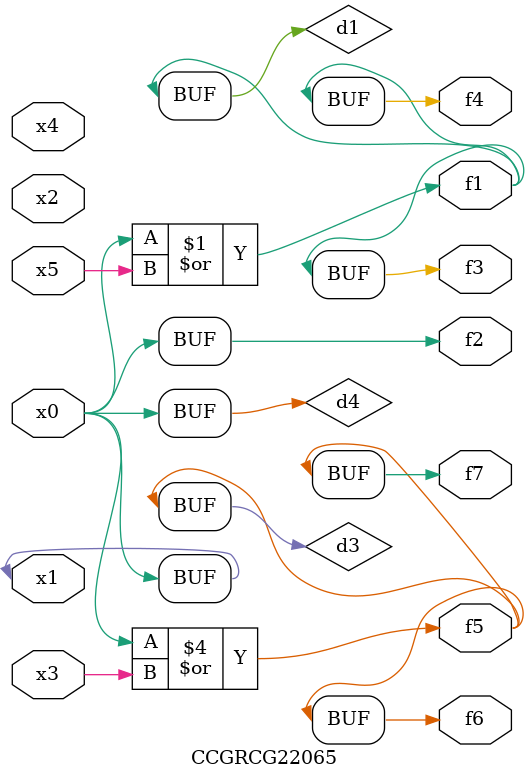
<source format=v>
module CCGRCG22065(
	input x0, x1, x2, x3, x4, x5,
	output f1, f2, f3, f4, f5, f6, f7
);

	wire d1, d2, d3, d4;

	or (d1, x0, x5);
	xnor (d2, x1, x4);
	or (d3, x0, x3);
	buf (d4, x0, x1);
	assign f1 = d1;
	assign f2 = d4;
	assign f3 = d1;
	assign f4 = d1;
	assign f5 = d3;
	assign f6 = d3;
	assign f7 = d3;
endmodule

</source>
